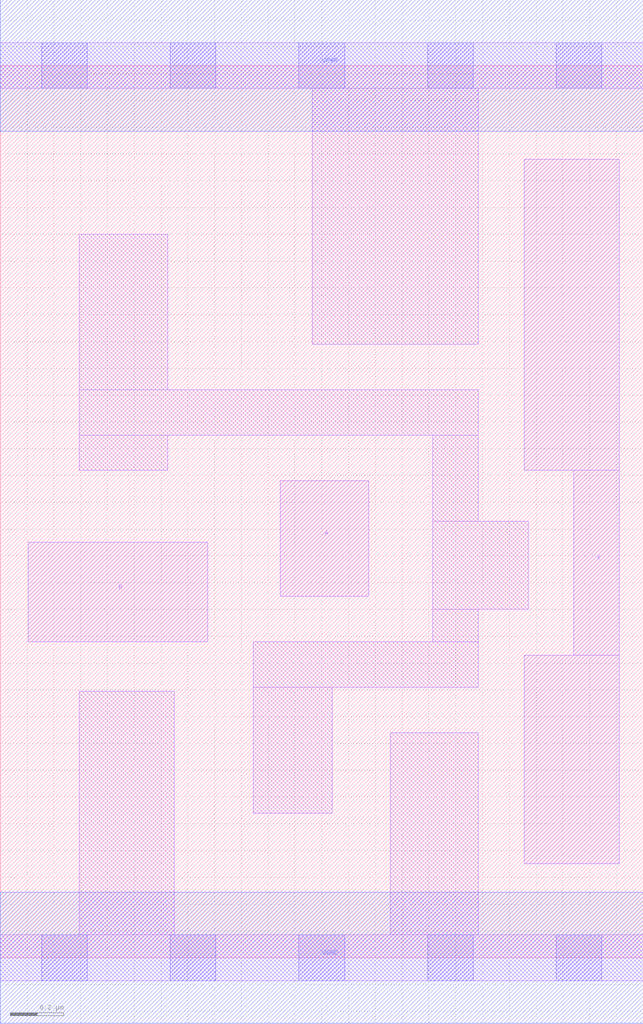
<source format=lef>
# Copyright 2020 The SkyWater PDK Authors
#
# Licensed under the Apache License, Version 2.0 (the "License");
# you may not use this file except in compliance with the License.
# You may obtain a copy of the License at
#
#     https://www.apache.org/licenses/LICENSE-2.0
#
# Unless required by applicable law or agreed to in writing, software
# distributed under the License is distributed on an "AS IS" BASIS,
# WITHOUT WARRANTIES OR CONDITIONS OF ANY KIND, either express or implied.
# See the License for the specific language governing permissions and
# limitations under the License.
#
# SPDX-License-Identifier: Apache-2.0

VERSION 5.7 ;
  NAMESCASESENSITIVE ON ;
  NOWIREEXTENSIONATPIN ON ;
  DIVIDERCHAR "/" ;
  BUSBITCHARS "[]" ;
UNITS
  DATABASE MICRONS 200 ;
END UNITS
MACRO sky130_fd_sc_ms__or2_1
  CLASS CORE ;
  SOURCE USER ;
  FOREIGN sky130_fd_sc_ms__or2_1 ;
  ORIGIN  0.000000  0.000000 ;
  SIZE  2.400000 BY  3.330000 ;
  SYMMETRY X Y ;
  SITE unit ;
  PIN A
    ANTENNAGATEAREA  0.233700 ;
    DIRECTION INPUT ;
    USE SIGNAL ;
    PORT
      LAYER li1 ;
        RECT 1.045000 1.350000 1.375000 1.780000 ;
    END
  END A
  PIN B
    ANTENNAGATEAREA  0.233700 ;
    DIRECTION INPUT ;
    USE SIGNAL ;
    PORT
      LAYER li1 ;
        RECT 0.105000 1.180000 0.775000 1.550000 ;
    END
  END B
  PIN X
    ANTENNADIFFAREA  0.524500 ;
    DIRECTION OUTPUT ;
    USE SIGNAL ;
    PORT
      LAYER li1 ;
        RECT 1.955000 0.350000 2.310000 1.130000 ;
        RECT 1.955000 1.820000 2.310000 2.980000 ;
        RECT 2.140000 1.130000 2.310000 1.820000 ;
    END
  END X
  PIN VGND
    DIRECTION INOUT ;
    USE GROUND ;
    PORT
      LAYER met1 ;
        RECT 0.000000 -0.245000 2.400000 0.245000 ;
    END
  END VGND
  PIN VPWR
    DIRECTION INOUT ;
    USE POWER ;
    PORT
      LAYER met1 ;
        RECT 0.000000 3.085000 2.400000 3.575000 ;
    END
  END VPWR
  OBS
    LAYER li1 ;
      RECT 0.000000 -0.085000 2.400000 0.085000 ;
      RECT 0.000000  3.245000 2.400000 3.415000 ;
      RECT 0.295000  0.085000 0.650000 0.995000 ;
      RECT 0.295000  1.820000 0.625000 1.950000 ;
      RECT 0.295000  1.950000 1.785000 2.120000 ;
      RECT 0.295000  2.120000 0.625000 2.700000 ;
      RECT 0.945000  0.540000 1.240000 1.010000 ;
      RECT 0.945000  1.010000 1.785000 1.180000 ;
      RECT 1.165000  2.290000 1.785000 3.245000 ;
      RECT 1.455000  0.085000 1.785000 0.840000 ;
      RECT 1.615000  1.180000 1.785000 1.300000 ;
      RECT 1.615000  1.300000 1.970000 1.630000 ;
      RECT 1.615000  1.630000 1.785000 1.950000 ;
    LAYER mcon ;
      RECT 0.155000 -0.085000 0.325000 0.085000 ;
      RECT 0.155000  3.245000 0.325000 3.415000 ;
      RECT 0.635000 -0.085000 0.805000 0.085000 ;
      RECT 0.635000  3.245000 0.805000 3.415000 ;
      RECT 1.115000 -0.085000 1.285000 0.085000 ;
      RECT 1.115000  3.245000 1.285000 3.415000 ;
      RECT 1.595000 -0.085000 1.765000 0.085000 ;
      RECT 1.595000  3.245000 1.765000 3.415000 ;
      RECT 2.075000 -0.085000 2.245000 0.085000 ;
      RECT 2.075000  3.245000 2.245000 3.415000 ;
  END
END sky130_fd_sc_ms__or2_1
END LIBRARY

</source>
